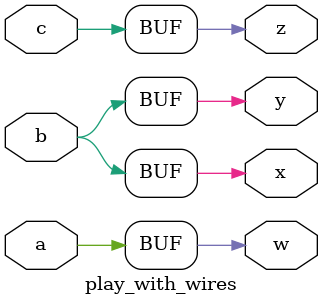
<source format=v>
/* Topics: 
    - Module Declaration
    - Input and Output ports
    - Continuous Assignment
*/

module Wires(
    input in,
    output out 
    // ! Attention Please ---> NO comma for the last port
);
    assign out = in ;
endmodule

/*  Many modules can be declared in one file, but it is better to
    organize your files with specific names.

    The following module we will play with some wire :
    a ---> w
    b ---> x
    b ---> y
    c ---> z
*/

module play_with_wires(
    input a,b,c,
    output w,x,y,z
);
    assign w = a;
    assign x = b;
    assign y = b;
    assign z = c;
endmodule
</source>
